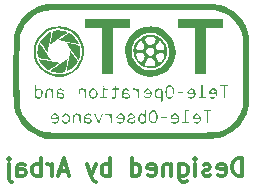
<source format=gbr>
%TF.GenerationSoftware,KiCad,Pcbnew,8.0.4*%
%TF.CreationDate,2024-11-13T12:07:51+05:30*%
%TF.ProjectId,cccccccc,63636363-6363-4636-932e-6b696361645f,rev?*%
%TF.SameCoordinates,Original*%
%TF.FileFunction,Legend,Bot*%
%TF.FilePolarity,Positive*%
%FSLAX46Y46*%
G04 Gerber Fmt 4.6, Leading zero omitted, Abs format (unit mm)*
G04 Created by KiCad (PCBNEW 8.0.4) date 2024-11-13 12:07:51*
%MOMM*%
%LPD*%
G01*
G04 APERTURE LIST*
%ADD10C,0.300000*%
%ADD11C,0.000000*%
G04 APERTURE END LIST*
D10*
X156895489Y-98950828D02*
X156895489Y-97450828D01*
X156895489Y-97450828D02*
X156538346Y-97450828D01*
X156538346Y-97450828D02*
X156324060Y-97522257D01*
X156324060Y-97522257D02*
X156181203Y-97665114D01*
X156181203Y-97665114D02*
X156109774Y-97807971D01*
X156109774Y-97807971D02*
X156038346Y-98093685D01*
X156038346Y-98093685D02*
X156038346Y-98307971D01*
X156038346Y-98307971D02*
X156109774Y-98593685D01*
X156109774Y-98593685D02*
X156181203Y-98736542D01*
X156181203Y-98736542D02*
X156324060Y-98879400D01*
X156324060Y-98879400D02*
X156538346Y-98950828D01*
X156538346Y-98950828D02*
X156895489Y-98950828D01*
X154824060Y-98879400D02*
X154966917Y-98950828D01*
X154966917Y-98950828D02*
X155252632Y-98950828D01*
X155252632Y-98950828D02*
X155395489Y-98879400D01*
X155395489Y-98879400D02*
X155466917Y-98736542D01*
X155466917Y-98736542D02*
X155466917Y-98165114D01*
X155466917Y-98165114D02*
X155395489Y-98022257D01*
X155395489Y-98022257D02*
X155252632Y-97950828D01*
X155252632Y-97950828D02*
X154966917Y-97950828D01*
X154966917Y-97950828D02*
X154824060Y-98022257D01*
X154824060Y-98022257D02*
X154752632Y-98165114D01*
X154752632Y-98165114D02*
X154752632Y-98307971D01*
X154752632Y-98307971D02*
X155466917Y-98450828D01*
X154181203Y-98879400D02*
X154038346Y-98950828D01*
X154038346Y-98950828D02*
X153752632Y-98950828D01*
X153752632Y-98950828D02*
X153609775Y-98879400D01*
X153609775Y-98879400D02*
X153538346Y-98736542D01*
X153538346Y-98736542D02*
X153538346Y-98665114D01*
X153538346Y-98665114D02*
X153609775Y-98522257D01*
X153609775Y-98522257D02*
X153752632Y-98450828D01*
X153752632Y-98450828D02*
X153966918Y-98450828D01*
X153966918Y-98450828D02*
X154109775Y-98379400D01*
X154109775Y-98379400D02*
X154181203Y-98236542D01*
X154181203Y-98236542D02*
X154181203Y-98165114D01*
X154181203Y-98165114D02*
X154109775Y-98022257D01*
X154109775Y-98022257D02*
X153966918Y-97950828D01*
X153966918Y-97950828D02*
X153752632Y-97950828D01*
X153752632Y-97950828D02*
X153609775Y-98022257D01*
X152895489Y-98950828D02*
X152895489Y-97950828D01*
X152895489Y-97450828D02*
X152966917Y-97522257D01*
X152966917Y-97522257D02*
X152895489Y-97593685D01*
X152895489Y-97593685D02*
X152824060Y-97522257D01*
X152824060Y-97522257D02*
X152895489Y-97450828D01*
X152895489Y-97450828D02*
X152895489Y-97593685D01*
X151538346Y-97950828D02*
X151538346Y-99165114D01*
X151538346Y-99165114D02*
X151609774Y-99307971D01*
X151609774Y-99307971D02*
X151681203Y-99379400D01*
X151681203Y-99379400D02*
X151824060Y-99450828D01*
X151824060Y-99450828D02*
X152038346Y-99450828D01*
X152038346Y-99450828D02*
X152181203Y-99379400D01*
X151538346Y-98879400D02*
X151681203Y-98950828D01*
X151681203Y-98950828D02*
X151966917Y-98950828D01*
X151966917Y-98950828D02*
X152109774Y-98879400D01*
X152109774Y-98879400D02*
X152181203Y-98807971D01*
X152181203Y-98807971D02*
X152252631Y-98665114D01*
X152252631Y-98665114D02*
X152252631Y-98236542D01*
X152252631Y-98236542D02*
X152181203Y-98093685D01*
X152181203Y-98093685D02*
X152109774Y-98022257D01*
X152109774Y-98022257D02*
X151966917Y-97950828D01*
X151966917Y-97950828D02*
X151681203Y-97950828D01*
X151681203Y-97950828D02*
X151538346Y-98022257D01*
X150824060Y-97950828D02*
X150824060Y-98950828D01*
X150824060Y-98093685D02*
X150752631Y-98022257D01*
X150752631Y-98022257D02*
X150609774Y-97950828D01*
X150609774Y-97950828D02*
X150395488Y-97950828D01*
X150395488Y-97950828D02*
X150252631Y-98022257D01*
X150252631Y-98022257D02*
X150181203Y-98165114D01*
X150181203Y-98165114D02*
X150181203Y-98950828D01*
X148895488Y-98879400D02*
X149038345Y-98950828D01*
X149038345Y-98950828D02*
X149324060Y-98950828D01*
X149324060Y-98950828D02*
X149466917Y-98879400D01*
X149466917Y-98879400D02*
X149538345Y-98736542D01*
X149538345Y-98736542D02*
X149538345Y-98165114D01*
X149538345Y-98165114D02*
X149466917Y-98022257D01*
X149466917Y-98022257D02*
X149324060Y-97950828D01*
X149324060Y-97950828D02*
X149038345Y-97950828D01*
X149038345Y-97950828D02*
X148895488Y-98022257D01*
X148895488Y-98022257D02*
X148824060Y-98165114D01*
X148824060Y-98165114D02*
X148824060Y-98307971D01*
X148824060Y-98307971D02*
X149538345Y-98450828D01*
X147538346Y-98950828D02*
X147538346Y-97450828D01*
X147538346Y-98879400D02*
X147681203Y-98950828D01*
X147681203Y-98950828D02*
X147966917Y-98950828D01*
X147966917Y-98950828D02*
X148109774Y-98879400D01*
X148109774Y-98879400D02*
X148181203Y-98807971D01*
X148181203Y-98807971D02*
X148252631Y-98665114D01*
X148252631Y-98665114D02*
X148252631Y-98236542D01*
X148252631Y-98236542D02*
X148181203Y-98093685D01*
X148181203Y-98093685D02*
X148109774Y-98022257D01*
X148109774Y-98022257D02*
X147966917Y-97950828D01*
X147966917Y-97950828D02*
X147681203Y-97950828D01*
X147681203Y-97950828D02*
X147538346Y-98022257D01*
X145681203Y-98950828D02*
X145681203Y-97450828D01*
X145681203Y-98022257D02*
X145538346Y-97950828D01*
X145538346Y-97950828D02*
X145252631Y-97950828D01*
X145252631Y-97950828D02*
X145109774Y-98022257D01*
X145109774Y-98022257D02*
X145038346Y-98093685D01*
X145038346Y-98093685D02*
X144966917Y-98236542D01*
X144966917Y-98236542D02*
X144966917Y-98665114D01*
X144966917Y-98665114D02*
X145038346Y-98807971D01*
X145038346Y-98807971D02*
X145109774Y-98879400D01*
X145109774Y-98879400D02*
X145252631Y-98950828D01*
X145252631Y-98950828D02*
X145538346Y-98950828D01*
X145538346Y-98950828D02*
X145681203Y-98879400D01*
X144466917Y-97950828D02*
X144109774Y-98950828D01*
X143752631Y-97950828D02*
X144109774Y-98950828D01*
X144109774Y-98950828D02*
X144252631Y-99307971D01*
X144252631Y-99307971D02*
X144324060Y-99379400D01*
X144324060Y-99379400D02*
X144466917Y-99450828D01*
X142109774Y-98522257D02*
X141395489Y-98522257D01*
X142252631Y-98950828D02*
X141752631Y-97450828D01*
X141752631Y-97450828D02*
X141252631Y-98950828D01*
X140752632Y-98950828D02*
X140752632Y-97950828D01*
X140752632Y-98236542D02*
X140681203Y-98093685D01*
X140681203Y-98093685D02*
X140609775Y-98022257D01*
X140609775Y-98022257D02*
X140466917Y-97950828D01*
X140466917Y-97950828D02*
X140324060Y-97950828D01*
X139824061Y-98950828D02*
X139824061Y-97450828D01*
X139824061Y-98022257D02*
X139681204Y-97950828D01*
X139681204Y-97950828D02*
X139395489Y-97950828D01*
X139395489Y-97950828D02*
X139252632Y-98022257D01*
X139252632Y-98022257D02*
X139181204Y-98093685D01*
X139181204Y-98093685D02*
X139109775Y-98236542D01*
X139109775Y-98236542D02*
X139109775Y-98665114D01*
X139109775Y-98665114D02*
X139181204Y-98807971D01*
X139181204Y-98807971D02*
X139252632Y-98879400D01*
X139252632Y-98879400D02*
X139395489Y-98950828D01*
X139395489Y-98950828D02*
X139681204Y-98950828D01*
X139681204Y-98950828D02*
X139824061Y-98879400D01*
X137824061Y-98950828D02*
X137824061Y-98165114D01*
X137824061Y-98165114D02*
X137895489Y-98022257D01*
X137895489Y-98022257D02*
X138038346Y-97950828D01*
X138038346Y-97950828D02*
X138324061Y-97950828D01*
X138324061Y-97950828D02*
X138466918Y-98022257D01*
X137824061Y-98879400D02*
X137966918Y-98950828D01*
X137966918Y-98950828D02*
X138324061Y-98950828D01*
X138324061Y-98950828D02*
X138466918Y-98879400D01*
X138466918Y-98879400D02*
X138538346Y-98736542D01*
X138538346Y-98736542D02*
X138538346Y-98593685D01*
X138538346Y-98593685D02*
X138466918Y-98450828D01*
X138466918Y-98450828D02*
X138324061Y-98379400D01*
X138324061Y-98379400D02*
X137966918Y-98379400D01*
X137966918Y-98379400D02*
X137824061Y-98307971D01*
X137109775Y-97950828D02*
X137109775Y-99236542D01*
X137109775Y-99236542D02*
X137181203Y-99379400D01*
X137181203Y-99379400D02*
X137324060Y-99450828D01*
X137324060Y-99450828D02*
X137395489Y-99450828D01*
X137109775Y-97450828D02*
X137181203Y-97522257D01*
X137181203Y-97522257D02*
X137109775Y-97593685D01*
X137109775Y-97593685D02*
X137038346Y-97522257D01*
X137038346Y-97522257D02*
X137109775Y-97450828D01*
X137109775Y-97450828D02*
X137109775Y-97593685D01*
D11*
%TO.C,G\u002A\u002A\u002A*%
G36*
X145195876Y-91297198D02*
G01*
X145220175Y-91364702D01*
X145197064Y-91407573D01*
X145137923Y-91421814D01*
X145085175Y-91390432D01*
X145079844Y-91370397D01*
X145098343Y-91305307D01*
X145143671Y-91274574D01*
X145195876Y-91297198D01*
G37*
G36*
X147380175Y-86042342D02*
G01*
X147380175Y-86422342D01*
X146660175Y-86422342D01*
X145940175Y-86422342D01*
X145940175Y-88382342D01*
X145940175Y-90342342D01*
X145480175Y-90342342D01*
X145020175Y-90342342D01*
X145020175Y-88382342D01*
X145020175Y-86422342D01*
X144300175Y-86422342D01*
X143580175Y-86422342D01*
X143580175Y-86042342D01*
X143580175Y-85662342D01*
X145480175Y-85662342D01*
X147380175Y-85662342D01*
X147380175Y-86042342D01*
G37*
G36*
X150294244Y-93982379D02*
G01*
X150442186Y-93988138D01*
X150542951Y-94002187D01*
X150580175Y-94022342D01*
X150579895Y-94024217D01*
X150536699Y-94043943D01*
X150431338Y-94057378D01*
X150280175Y-94062342D01*
X150266107Y-94062304D01*
X150118165Y-94056545D01*
X150017400Y-94042496D01*
X149980175Y-94022342D01*
X149980456Y-94020466D01*
X150023652Y-94000740D01*
X150129013Y-93987305D01*
X150280175Y-93982342D01*
X150294244Y-93982379D01*
G37*
G36*
X153350175Y-85671950D02*
G01*
X155240175Y-85682342D01*
X155251677Y-86052342D01*
X155263178Y-86422342D01*
X154541677Y-86422342D01*
X153820175Y-86422342D01*
X153820175Y-88382342D01*
X153820175Y-90342342D01*
X153360175Y-90342342D01*
X152900175Y-90342342D01*
X152900175Y-88382342D01*
X152900175Y-86422342D01*
X152180175Y-86422342D01*
X151460175Y-86422342D01*
X151460175Y-86041950D01*
X151460175Y-85661558D01*
X153350175Y-85671950D01*
G37*
G36*
X151804020Y-91867644D02*
G01*
X151903179Y-91881822D01*
X151940175Y-91902342D01*
X151940175Y-91902380D01*
X151903058Y-91922891D01*
X151803809Y-91937056D01*
X151660175Y-91942342D01*
X151659904Y-91942341D01*
X151516331Y-91937039D01*
X151417172Y-91922861D01*
X151380175Y-91902342D01*
X151380176Y-91902303D01*
X151417293Y-91881792D01*
X151516542Y-91867627D01*
X151660175Y-91862342D01*
X151660447Y-91862342D01*
X151804020Y-91867644D01*
G37*
G36*
X140721362Y-86759554D02*
G01*
X140713001Y-86833983D01*
X140691903Y-86970226D01*
X140659999Y-87156798D01*
X140619221Y-87382216D01*
X140571499Y-87634998D01*
X140547608Y-87757344D01*
X140499369Y-87993533D01*
X140455607Y-88193844D01*
X140418817Y-88347577D01*
X140391496Y-88444030D01*
X140376139Y-88472502D01*
X140374695Y-88470868D01*
X140338135Y-88421856D01*
X140267034Y-88321869D01*
X140171001Y-88184540D01*
X140059644Y-88023499D01*
X139771507Y-87604657D01*
X139841901Y-87473943D01*
X139919746Y-87356092D01*
X140075739Y-87181398D01*
X140268506Y-87011438D01*
X140476542Y-86866786D01*
X140590950Y-86801948D01*
X140679822Y-86759004D01*
X140720449Y-86749282D01*
X140721362Y-86759554D01*
G37*
G36*
X139720472Y-87727893D02*
G01*
X139759492Y-87762193D01*
X139818437Y-87834789D01*
X139903490Y-87952703D01*
X140020831Y-88122954D01*
X140176644Y-88352563D01*
X140214539Y-88408557D01*
X140353200Y-88613715D01*
X140475678Y-88795345D01*
X140574798Y-88942773D01*
X140643379Y-89045329D01*
X140674244Y-89092342D01*
X140682553Y-89114429D01*
X140664752Y-89132945D01*
X140604500Y-89136275D01*
X140492910Y-89123764D01*
X140321097Y-89094758D01*
X140080175Y-89048603D01*
X139640175Y-88961771D01*
X139592433Y-88822056D01*
X139571819Y-88747652D01*
X139545623Y-88524140D01*
X139553863Y-88268633D01*
X139594600Y-88008863D01*
X139665891Y-87772563D01*
X139677476Y-87746101D01*
X139695194Y-87724869D01*
X139720472Y-87727893D01*
G37*
G36*
X142373794Y-86913556D02*
G01*
X142542405Y-87043484D01*
X142764518Y-87270929D01*
X142943173Y-87522342D01*
X142992493Y-87609976D01*
X143040917Y-87703947D01*
X143059800Y-87752342D01*
X143059349Y-87757376D01*
X143023966Y-87782342D01*
X143012140Y-87781485D01*
X142930023Y-87769375D01*
X142789981Y-87745228D01*
X142607195Y-87711975D01*
X142396846Y-87672543D01*
X142174116Y-87629861D01*
X141954186Y-87586859D01*
X141752238Y-87546465D01*
X141583453Y-87511608D01*
X141463012Y-87485217D01*
X141406097Y-87470220D01*
X141401587Y-87468155D01*
X141386852Y-87446360D01*
X141409941Y-87408186D01*
X141478211Y-87346896D01*
X141599017Y-87255752D01*
X141779716Y-87128017D01*
X142227413Y-86816500D01*
X142373794Y-86913556D01*
G37*
G36*
X145287049Y-91550150D02*
G01*
X145380468Y-91562336D01*
X145465407Y-91590825D01*
X145495517Y-91623773D01*
X145463862Y-91651003D01*
X145363509Y-91662342D01*
X145220175Y-91662342D01*
X145220175Y-91982342D01*
X145220175Y-92302342D01*
X145360175Y-92302342D01*
X145378549Y-92302687D01*
X145465012Y-92315903D01*
X145500175Y-92342342D01*
X145497861Y-92347497D01*
X145443010Y-92365751D01*
X145325754Y-92377918D01*
X145160175Y-92382342D01*
X145116355Y-92382069D01*
X144961198Y-92375616D01*
X144857778Y-92361821D01*
X144820175Y-92342342D01*
X144821385Y-92337092D01*
X144867640Y-92312388D01*
X144960175Y-92302342D01*
X145100175Y-92302342D01*
X145100175Y-91920150D01*
X145100175Y-91537958D01*
X145287049Y-91550150D01*
G37*
G36*
X152292219Y-93345041D02*
G01*
X152384201Y-93359524D01*
X152420175Y-93382342D01*
X152418966Y-93387591D01*
X152372711Y-93412295D01*
X152280175Y-93422342D01*
X152140175Y-93422342D01*
X152140175Y-93922342D01*
X152140175Y-94422342D01*
X152280175Y-94422342D01*
X152298549Y-94422687D01*
X152385012Y-94435903D01*
X152420175Y-94462342D01*
X152417861Y-94467497D01*
X152363010Y-94485751D01*
X152245754Y-94497918D01*
X152080175Y-94502342D01*
X152036355Y-94502069D01*
X151881198Y-94495616D01*
X151777778Y-94481821D01*
X151740175Y-94462342D01*
X151741385Y-94457092D01*
X151787640Y-94432388D01*
X151880175Y-94422342D01*
X152020175Y-94422342D01*
X152020175Y-93882342D01*
X152020175Y-93342342D01*
X152220175Y-93342342D01*
X152292219Y-93345041D01*
G37*
G36*
X153692219Y-91225041D02*
G01*
X153784201Y-91239524D01*
X153820175Y-91262342D01*
X153818966Y-91267591D01*
X153772711Y-91292295D01*
X153680175Y-91302342D01*
X153540175Y-91302342D01*
X153540175Y-91802342D01*
X153540175Y-92302342D01*
X153680175Y-92302342D01*
X153698549Y-92302687D01*
X153785012Y-92315903D01*
X153820175Y-92342342D01*
X153817861Y-92347497D01*
X153763010Y-92365751D01*
X153645754Y-92377918D01*
X153480175Y-92382342D01*
X153436355Y-92382069D01*
X153281198Y-92375616D01*
X153177778Y-92361821D01*
X153140175Y-92342342D01*
X153141385Y-92337092D01*
X153187640Y-92312388D01*
X153280175Y-92302342D01*
X153420175Y-92302342D01*
X153420175Y-91762342D01*
X153420175Y-91222342D01*
X153620175Y-91222342D01*
X153692219Y-91225041D01*
G37*
G36*
X145497091Y-93675713D02*
G01*
X145618262Y-93721352D01*
X145684013Y-93752512D01*
X145730961Y-93756976D01*
X145755993Y-93718817D01*
X145787038Y-93666720D01*
X145816485Y-93680700D01*
X145839624Y-93762557D01*
X145854754Y-93905990D01*
X145860175Y-94104702D01*
X145859912Y-94184664D01*
X145856104Y-94343430D01*
X145846205Y-94440506D01*
X145828226Y-94489081D01*
X145800175Y-94502342D01*
X145781391Y-94498259D01*
X145756392Y-94461538D01*
X145743704Y-94374470D01*
X145740175Y-94222342D01*
X145739571Y-94172157D01*
X145719925Y-93987374D01*
X145667792Y-93867138D01*
X145576700Y-93801959D01*
X145440175Y-93782342D01*
X145427425Y-93782233D01*
X145330534Y-93766719D01*
X145300175Y-93722342D01*
X145317892Y-93685559D01*
X145389779Y-93663804D01*
X145497091Y-93675713D01*
G37*
G36*
X142145630Y-87711856D02*
G01*
X142267123Y-87731574D01*
X142431379Y-87760774D01*
X142619676Y-87796237D01*
X142757497Y-87823338D01*
X142939474Y-87866452D01*
X143060787Y-87917252D01*
X143132796Y-87989990D01*
X143166864Y-88098917D01*
X143174349Y-88258284D01*
X143166612Y-88482342D01*
X143160851Y-88583554D01*
X143144481Y-88764632D01*
X143123365Y-88915928D01*
X143100627Y-89012342D01*
X143095065Y-89026842D01*
X143055310Y-89108870D01*
X143023824Y-89142342D01*
X143016592Y-89136872D01*
X142970458Y-89080787D01*
X142889427Y-88971742D01*
X142780373Y-88819286D01*
X142650167Y-88632969D01*
X142505684Y-88422342D01*
X142394747Y-88258161D01*
X142253980Y-88044837D01*
X142155847Y-87887851D01*
X142097434Y-87782197D01*
X142075830Y-87722871D01*
X142088122Y-87704870D01*
X142145630Y-87711856D01*
G37*
G36*
X147854914Y-91569550D02*
G01*
X147954781Y-91625245D01*
X148060175Y-91708148D01*
X148060175Y-91621911D01*
X148070006Y-91570888D01*
X148110175Y-91552257D01*
X148120977Y-91560343D01*
X148144889Y-91627317D01*
X148161513Y-91764064D01*
X148171575Y-91975590D01*
X148174392Y-92095774D01*
X148174212Y-92241386D01*
X148166455Y-92328689D01*
X148149462Y-92371177D01*
X148121575Y-92382342D01*
X148102313Y-92378533D01*
X148076618Y-92343410D01*
X148063715Y-92258931D01*
X148060175Y-92109884D01*
X148060008Y-92084350D01*
X148041520Y-91887810D01*
X147988692Y-91757256D01*
X147896175Y-91684747D01*
X147758617Y-91662342D01*
X147748589Y-91662273D01*
X147650899Y-91646950D01*
X147620175Y-91602342D01*
X147621450Y-91590754D01*
X147664218Y-91550660D01*
X147750049Y-91544140D01*
X147854914Y-91569550D01*
G37*
G36*
X155606762Y-91287884D02*
G01*
X155707721Y-91301457D01*
X155750175Y-91322342D01*
X155746506Y-91333639D01*
X155691420Y-91358876D01*
X155590175Y-91374641D01*
X155420175Y-91386941D01*
X155420175Y-91884641D01*
X155420175Y-91885724D01*
X155418736Y-92096653D01*
X155413470Y-92239724D01*
X155402923Y-92326993D01*
X155385643Y-92370513D01*
X155360175Y-92382342D01*
X155359646Y-92382338D01*
X155334386Y-92370080D01*
X155317253Y-92325983D01*
X155306803Y-92238015D01*
X155301592Y-92094145D01*
X155300175Y-91882342D01*
X155300175Y-91382342D01*
X155116842Y-91382342D01*
X155052624Y-91380741D01*
X154967427Y-91365498D01*
X154950175Y-91332342D01*
X154964176Y-91320438D01*
X155040611Y-91301419D01*
X155164224Y-91288389D01*
X155313877Y-91281614D01*
X155468435Y-91281357D01*
X155606762Y-91287884D01*
G37*
G36*
X142090302Y-89088415D02*
G01*
X142083474Y-89161037D01*
X142065011Y-89285576D01*
X142038279Y-89443858D01*
X142006645Y-89617705D01*
X141973473Y-89788942D01*
X141942129Y-89939394D01*
X141915979Y-90050883D01*
X141898387Y-90105235D01*
X141895773Y-90108886D01*
X141834675Y-90148468D01*
X141735346Y-90182242D01*
X141590683Y-90206925D01*
X141279800Y-90211136D01*
X140938513Y-90159236D01*
X140927700Y-90156759D01*
X140790547Y-90122105D01*
X140689213Y-90090759D01*
X140644946Y-90069236D01*
X140648967Y-90062042D01*
X140700973Y-90017314D01*
X140803327Y-89939884D01*
X140944504Y-89837666D01*
X141112981Y-89718577D01*
X141297233Y-89590533D01*
X141485737Y-89461450D01*
X141666968Y-89339244D01*
X141829402Y-89231832D01*
X141961515Y-89147129D01*
X142051783Y-89093051D01*
X142088681Y-89077514D01*
X142090302Y-89088415D01*
G37*
G36*
X142383048Y-88442308D02*
G01*
X142456861Y-88527382D01*
X142554986Y-88654008D01*
X142668250Y-88811033D01*
X142697031Y-88852226D01*
X142810304Y-89015978D01*
X142884652Y-89130329D01*
X142925936Y-89208588D01*
X142940017Y-89264061D01*
X142932758Y-89310053D01*
X142910020Y-89359871D01*
X142838684Y-89468200D01*
X142709432Y-89615910D01*
X142551598Y-89766486D01*
X142386895Y-89899457D01*
X142237039Y-89994351D01*
X142153772Y-90032749D01*
X142065927Y-90061240D01*
X142026279Y-90056917D01*
X142026761Y-90026182D01*
X142039623Y-89926999D01*
X142063989Y-89774944D01*
X142097077Y-89584650D01*
X142136105Y-89370750D01*
X142178291Y-89147876D01*
X142220853Y-88930660D01*
X142261008Y-88733735D01*
X142295975Y-88571734D01*
X142322972Y-88459289D01*
X142339215Y-88411033D01*
X142342719Y-88409935D01*
X142383048Y-88442308D01*
G37*
G36*
X153966933Y-93390893D02*
G01*
X154021702Y-93392753D01*
X154211092Y-93405048D01*
X154325889Y-93424698D01*
X154370266Y-93452342D01*
X154370268Y-93469948D01*
X154322562Y-93494607D01*
X154203509Y-93502342D01*
X154020175Y-93502342D01*
X154020175Y-94002342D01*
X154020175Y-94006756D01*
X154018704Y-94217251D01*
X154013412Y-94360025D01*
X154002856Y-94447111D01*
X153985592Y-94490539D01*
X153960175Y-94502342D01*
X153959646Y-94502338D01*
X153934386Y-94490080D01*
X153917253Y-94445983D01*
X153906803Y-94358015D01*
X153901592Y-94214145D01*
X153900175Y-94002342D01*
X153900175Y-93502342D01*
X153740175Y-93502342D01*
X153688454Y-93500968D01*
X153604928Y-93483262D01*
X153580175Y-93440893D01*
X153582400Y-93426045D01*
X153607056Y-93403129D01*
X153670170Y-93390821D01*
X153785533Y-93387336D01*
X153966933Y-93390893D01*
G37*
G36*
X141599583Y-86647341D02*
G01*
X141779818Y-86679036D01*
X141911552Y-86715969D01*
X142018902Y-86752241D01*
X142072085Y-86778251D01*
X142070884Y-86785620D01*
X142025063Y-86832157D01*
X141925230Y-86913233D01*
X141780462Y-87021949D01*
X141599840Y-87151405D01*
X141392443Y-87294703D01*
X141312287Y-87349016D01*
X141107805Y-87486296D01*
X140928802Y-87604664D01*
X140785402Y-87697534D01*
X140687726Y-87758319D01*
X140645896Y-87780435D01*
X140633025Y-87776392D01*
X140630441Y-87732342D01*
X140630785Y-87731389D01*
X140645560Y-87671465D01*
X140670979Y-87550645D01*
X140703565Y-87386014D01*
X140739843Y-87194655D01*
X140740100Y-87193275D01*
X140785393Y-86967117D01*
X140824657Y-86812032D01*
X140860442Y-86719601D01*
X140895298Y-86681402D01*
X141001619Y-86653917D01*
X141182504Y-86634856D01*
X141391152Y-86632639D01*
X141599583Y-86647341D01*
G37*
G36*
X139738149Y-89083974D02*
G01*
X139861085Y-89102413D01*
X140030693Y-89130303D01*
X140233102Y-89165130D01*
X140454442Y-89204382D01*
X140680842Y-89245546D01*
X140898431Y-89286109D01*
X141093338Y-89323558D01*
X141251692Y-89355380D01*
X141359622Y-89379062D01*
X141403258Y-89392091D01*
X141401881Y-89395162D01*
X141358497Y-89432032D01*
X141263972Y-89503000D01*
X141129922Y-89599505D01*
X140967960Y-89712984D01*
X140922238Y-89744561D01*
X140762558Y-89853549D01*
X140630444Y-89941749D01*
X140538555Y-90000800D01*
X140499551Y-90022342D01*
X140454973Y-90005145D01*
X140361148Y-89942466D01*
X140239939Y-89845473D01*
X140107590Y-89726430D01*
X140080594Y-89699561D01*
X139987218Y-89593206D01*
X139889033Y-89465929D01*
X139797174Y-89334263D01*
X139722780Y-89214741D01*
X139676986Y-89123893D01*
X139670932Y-89078252D01*
X139675757Y-89077499D01*
X139738149Y-89083974D01*
G37*
G36*
X145087780Y-93676613D02*
G01*
X145090465Y-93683330D01*
X145078785Y-93748750D01*
X145034035Y-93880897D01*
X144955584Y-94081513D01*
X144842799Y-94352342D01*
X144827640Y-94385200D01*
X144774938Y-94468760D01*
X144729639Y-94502138D01*
X144715703Y-94491263D01*
X144672335Y-94423949D01*
X144612830Y-94311119D01*
X144545688Y-94171394D01*
X144479410Y-94023398D01*
X144422497Y-93885753D01*
X144383451Y-93777082D01*
X144370772Y-93716007D01*
X144371557Y-93711627D01*
X144409842Y-93672453D01*
X144421966Y-93679116D01*
X144462544Y-93740665D01*
X144518589Y-93853092D01*
X144581779Y-94000516D01*
X144615453Y-94081765D01*
X144673575Y-94208532D01*
X144718874Y-94290006D01*
X144743651Y-94311405D01*
X144746984Y-94306705D01*
X144777438Y-94244680D01*
X144825318Y-94132404D01*
X144881834Y-93990302D01*
X144882665Y-93988148D01*
X144954020Y-93814273D01*
X145008609Y-93709542D01*
X145051506Y-93666231D01*
X145087780Y-93676613D01*
G37*
G36*
X144638073Y-92004684D02*
G01*
X144600439Y-92169100D01*
X144511554Y-92306437D01*
X144380175Y-92393964D01*
X144366563Y-92398884D01*
X144297418Y-92415984D01*
X144229411Y-92406730D01*
X144125782Y-92367262D01*
X144094451Y-92352350D01*
X143976908Y-92246424D01*
X143914868Y-92089731D01*
X143913604Y-91982342D01*
X144020175Y-91982342D01*
X144020207Y-91986892D01*
X144039124Y-92111302D01*
X144082444Y-92213441D01*
X144106683Y-92241613D01*
X144211064Y-92295447D01*
X144330793Y-92291981D01*
X144433501Y-92229717D01*
X144503555Y-92110831D01*
X144526330Y-91948400D01*
X144483040Y-91787881D01*
X144452130Y-91734759D01*
X144385550Y-91676649D01*
X144281416Y-91662342D01*
X144251052Y-91663675D01*
X144125347Y-91709556D01*
X144047108Y-91817346D01*
X144020175Y-91982342D01*
X143913604Y-91982342D01*
X143912537Y-91891649D01*
X143929286Y-91812423D01*
X144004069Y-91667787D01*
X144115925Y-91578167D01*
X144248428Y-91545524D01*
X144385150Y-91571815D01*
X144509666Y-91658998D01*
X144605549Y-91809032D01*
X144615698Y-91835917D01*
X144630611Y-91948400D01*
X144638073Y-92004684D01*
G37*
G36*
X142079774Y-93695039D02*
G01*
X142192165Y-93781354D01*
X142270659Y-93913083D01*
X142300175Y-94081894D01*
X142298903Y-94140859D01*
X142272601Y-94300881D01*
X142205120Y-94409337D01*
X142087026Y-94484031D01*
X142004650Y-94520043D01*
X141948239Y-94535411D01*
X141893872Y-94523972D01*
X141802745Y-94485993D01*
X141789533Y-94480119D01*
X141694248Y-94416092D01*
X141640378Y-94342979D01*
X141629070Y-94298213D01*
X141635218Y-94237213D01*
X141678197Y-94240871D01*
X141746772Y-94312415D01*
X141755836Y-94324264D01*
X141864085Y-94406033D01*
X141988234Y-94417519D01*
X142107026Y-94356142D01*
X142114237Y-94348890D01*
X142159722Y-94254429D01*
X142180359Y-94119728D01*
X142174068Y-93977314D01*
X142138768Y-93859712D01*
X142137300Y-93857046D01*
X142061721Y-93794073D01*
X141953406Y-93778462D01*
X141841836Y-93808466D01*
X141756497Y-93882342D01*
X141700554Y-93952240D01*
X141655575Y-93982342D01*
X141632206Y-93975159D01*
X141620760Y-93925519D01*
X141651509Y-93846795D01*
X141718357Y-93760523D01*
X141813626Y-93691969D01*
X141948568Y-93662467D01*
X142079774Y-93695039D01*
G37*
G36*
X146206483Y-91367169D02*
G01*
X146220175Y-91442342D01*
X146223041Y-91485828D01*
X146254415Y-91531579D01*
X146340175Y-91542342D01*
X146424398Y-91554707D01*
X146460175Y-91602342D01*
X146435870Y-91644249D01*
X146341793Y-91662342D01*
X146223411Y-91662342D01*
X146211793Y-91991287D01*
X146207743Y-92092582D01*
X146198138Y-92219306D01*
X146180687Y-92295399D01*
X146149871Y-92339613D01*
X146100175Y-92370698D01*
X146083339Y-92379193D01*
X146008966Y-92412653D01*
X145953176Y-92416878D01*
X145870175Y-92397130D01*
X145818203Y-92378759D01*
X145782638Y-92343389D01*
X145817976Y-92314374D01*
X145918768Y-92302342D01*
X145949321Y-92301436D01*
X146043059Y-92277384D01*
X146101563Y-92211456D01*
X146131660Y-92091402D01*
X146140175Y-91904971D01*
X146140175Y-91662342D01*
X145976842Y-91662342D01*
X145941634Y-91661352D01*
X145849746Y-91642032D01*
X145829021Y-91608132D01*
X145877511Y-91572985D01*
X145993267Y-91549927D01*
X146077380Y-91538070D01*
X146128265Y-91506339D01*
X146140175Y-91439927D01*
X146149839Y-91376498D01*
X146180175Y-91342342D01*
X146206483Y-91367169D01*
G37*
G36*
X140856742Y-91560766D02*
G01*
X140879711Y-91643429D01*
X140894769Y-91786926D01*
X140900175Y-91984702D01*
X140899912Y-92064664D01*
X140896104Y-92223430D01*
X140886205Y-92320506D01*
X140868226Y-92369081D01*
X140840175Y-92382342D01*
X140819845Y-92377367D01*
X140795766Y-92338814D01*
X140783563Y-92249733D01*
X140780175Y-92095491D01*
X140780110Y-92077309D01*
X140766463Y-91882043D01*
X140725578Y-91753889D01*
X140652425Y-91683704D01*
X140541976Y-91662342D01*
X140487760Y-91665526D01*
X140413441Y-91693632D01*
X140368404Y-91761708D01*
X140346149Y-91882896D01*
X140340175Y-92070342D01*
X140338482Y-92201548D01*
X140329815Y-92311530D01*
X140311297Y-92367024D01*
X140280175Y-92382342D01*
X140259016Y-92376862D01*
X140235507Y-92337438D01*
X140223755Y-92247473D01*
X140220765Y-92092342D01*
X140231109Y-91885432D01*
X140267020Y-91727392D01*
X140333186Y-91624147D01*
X140434277Y-91564141D01*
X140439810Y-91562230D01*
X140549243Y-91547199D01*
X140660505Y-91589939D01*
X140723359Y-91623239D01*
X140771834Y-91631502D01*
X140796971Y-91596269D01*
X140827605Y-91545492D01*
X140856742Y-91560766D01*
G37*
G36*
X143007216Y-93721767D02*
G01*
X143044931Y-93746769D01*
X143090067Y-93759186D01*
X143115834Y-93719231D01*
X143146947Y-93666920D01*
X143176444Y-93680692D01*
X143199610Y-93762418D01*
X143214752Y-93905840D01*
X143220175Y-94104702D01*
X143219912Y-94184664D01*
X143216104Y-94343430D01*
X143206205Y-94440506D01*
X143188226Y-94489081D01*
X143160175Y-94502342D01*
X143139845Y-94497367D01*
X143115766Y-94458814D01*
X143103563Y-94369733D01*
X143100175Y-94215491D01*
X143100110Y-94197309D01*
X143086463Y-94002043D01*
X143045578Y-93873889D01*
X142972425Y-93803704D01*
X142861976Y-93782342D01*
X142807760Y-93785526D01*
X142733441Y-93813632D01*
X142688404Y-93881708D01*
X142666149Y-94002896D01*
X142660175Y-94190342D01*
X142658482Y-94321548D01*
X142649815Y-94431530D01*
X142631297Y-94487024D01*
X142600175Y-94502342D01*
X142574496Y-94493096D01*
X142553614Y-94447364D01*
X142543081Y-94350337D01*
X142540175Y-94187736D01*
X142542035Y-94059894D01*
X142553333Y-93929079D01*
X142578849Y-93839289D01*
X142623079Y-93767736D01*
X142734197Y-93682230D01*
X142869144Y-93665661D01*
X143007216Y-93721767D01*
G37*
G36*
X151095083Y-91972424D02*
G01*
X151055668Y-92164846D01*
X150973528Y-92298942D01*
X150844651Y-92383139D01*
X150833874Y-92387468D01*
X150748097Y-92414766D01*
X150679062Y-92408057D01*
X150583823Y-92364228D01*
X150560754Y-92351063D01*
X150452293Y-92237762D01*
X150388820Y-92061214D01*
X150373038Y-91863106D01*
X150469798Y-91863106D01*
X150493580Y-92049034D01*
X150554083Y-92198657D01*
X150604964Y-92255387D01*
X150714228Y-92303154D01*
X150828389Y-92286663D01*
X150921824Y-92205440D01*
X150979429Y-92067275D01*
X151006989Y-91883689D01*
X150998611Y-91696773D01*
X150952629Y-91542342D01*
X150904806Y-91462879D01*
X150840116Y-91413854D01*
X150740175Y-91402342D01*
X150657189Y-91409045D01*
X150587932Y-91448358D01*
X150527960Y-91542342D01*
X150484149Y-91676351D01*
X150469798Y-91863106D01*
X150373038Y-91863106D01*
X150369561Y-91819453D01*
X150385001Y-91648207D01*
X150444788Y-91464368D01*
X150543865Y-91336666D01*
X150676210Y-91272100D01*
X150835799Y-91277669D01*
X150915826Y-91312222D01*
X151017351Y-91424552D01*
X151079107Y-91603561D01*
X151100026Y-91846947D01*
X151098579Y-91883689D01*
X151095083Y-91972424D01*
G37*
G36*
X143628410Y-91550218D02*
G01*
X143645536Y-91621954D01*
X143656385Y-91761985D01*
X143660175Y-91962342D01*
X143659701Y-92073007D01*
X143655492Y-92227712D01*
X143645399Y-92322227D01*
X143627575Y-92369465D01*
X143600175Y-92382342D01*
X143574943Y-92373538D01*
X143553793Y-92328466D01*
X143543121Y-92232171D01*
X143540175Y-92070342D01*
X143537620Y-91932679D01*
X143521447Y-91794023D01*
X143483747Y-91711808D01*
X143416975Y-91672443D01*
X143313583Y-91662342D01*
X143259424Y-91665930D01*
X143180952Y-91697840D01*
X143132164Y-91772757D01*
X143107195Y-91902706D01*
X143100175Y-92099712D01*
X143100175Y-92101749D01*
X143094807Y-92245931D01*
X143080646Y-92345313D01*
X143060175Y-92382342D01*
X143055020Y-92380027D01*
X143036766Y-92325176D01*
X143024599Y-92207920D01*
X143020175Y-92042342D01*
X143020188Y-92027233D01*
X143023560Y-91857731D01*
X143035508Y-91746916D01*
X143059792Y-91675037D01*
X143100175Y-91622342D01*
X143178911Y-91567084D01*
X143311367Y-91547191D01*
X143447216Y-91601767D01*
X143484075Y-91626267D01*
X143529580Y-91639733D01*
X143554861Y-91601767D01*
X143570116Y-91574282D01*
X143618920Y-91542342D01*
X143628410Y-91550218D01*
G37*
G36*
X153405031Y-94025480D02*
G01*
X153400384Y-94191923D01*
X153332663Y-94346338D01*
X153203363Y-94468625D01*
X153050535Y-94523246D01*
X152895344Y-94505439D01*
X152760314Y-94416237D01*
X152680175Y-94332077D01*
X152780175Y-94361380D01*
X152946698Y-94403638D01*
X153063926Y-94412844D01*
X153146651Y-94385790D01*
X153214364Y-94320645D01*
X153272846Y-94239547D01*
X153299831Y-94168911D01*
X153268008Y-94127213D01*
X153170435Y-94107381D01*
X153000175Y-94102342D01*
X152700175Y-94102342D01*
X152701448Y-93992342D01*
X152704499Y-93950342D01*
X152820175Y-93950342D01*
X152823228Y-93975347D01*
X152851499Y-94005019D01*
X152924154Y-94018902D01*
X153058920Y-94022342D01*
X153161547Y-94021065D01*
X153245733Y-94012512D01*
X153277474Y-93991344D01*
X153272711Y-93952342D01*
X153239896Y-93878774D01*
X153163352Y-93803712D01*
X153043278Y-93782342D01*
X152950560Y-93792897D01*
X152853776Y-93849288D01*
X152820175Y-93950342D01*
X152704499Y-93950342D01*
X152704808Y-93946089D01*
X152760511Y-93810872D01*
X152887546Y-93708875D01*
X152992669Y-93669697D01*
X153120854Y-93680689D01*
X153255746Y-93764753D01*
X153345107Y-93867108D01*
X153392115Y-93991344D01*
X153405031Y-94025480D01*
G37*
G36*
X149725891Y-94042322D02*
G01*
X149687818Y-94226697D01*
X149613003Y-94381086D01*
X149502506Y-94484422D01*
X149391339Y-94520505D01*
X149244348Y-94498356D01*
X149102138Y-94400943D01*
X149084300Y-94382442D01*
X149033156Y-94306097D01*
X149003701Y-94202129D01*
X148987544Y-94044423D01*
X148987438Y-94042747D01*
X148985633Y-93971242D01*
X149100175Y-93971242D01*
X149101463Y-94073487D01*
X149111791Y-94200926D01*
X149136451Y-94283229D01*
X149180175Y-94342342D01*
X149288740Y-94409358D01*
X149412603Y-94410202D01*
X149523976Y-94338142D01*
X149542899Y-94314695D01*
X149577645Y-94240735D01*
X149595274Y-94130498D01*
X149600175Y-93962342D01*
X149600133Y-93948481D01*
X149584589Y-93742426D01*
X149538197Y-93604216D01*
X149456802Y-93526602D01*
X149336244Y-93502342D01*
X149324699Y-93502540D01*
X149220756Y-93531258D01*
X149151227Y-93613903D01*
X149112304Y-93758043D01*
X149100175Y-93971242D01*
X148985633Y-93971242D01*
X148982191Y-93834872D01*
X149000533Y-93684829D01*
X149047377Y-93572792D01*
X149127634Y-93478932D01*
X149260734Y-93399356D01*
X149408305Y-93393047D01*
X149553817Y-93464486D01*
X149609066Y-93519957D01*
X149687576Y-93667885D01*
X149726164Y-93849029D01*
X149726004Y-93962342D01*
X149725891Y-94042322D01*
G37*
G36*
X154775381Y-91979531D02*
G01*
X154743760Y-92148273D01*
X154658107Y-92289638D01*
X154524651Y-92383139D01*
X154483987Y-92399035D01*
X154414216Y-92416132D01*
X154344738Y-92405384D01*
X154238891Y-92364383D01*
X154216227Y-92354291D01*
X154133596Y-92304139D01*
X154100175Y-92260103D01*
X154111128Y-92237064D01*
X154170175Y-92244157D01*
X154253150Y-92269979D01*
X154366257Y-92292356D01*
X154412480Y-92294346D01*
X154533772Y-92257701D01*
X154624496Y-92173982D01*
X154660175Y-92062342D01*
X154659557Y-92046155D01*
X154645829Y-92011763D01*
X154601492Y-91992541D01*
X154510091Y-91984172D01*
X154355175Y-91982342D01*
X154050175Y-91982342D01*
X154074528Y-91855491D01*
X154180175Y-91855491D01*
X154190643Y-91872522D01*
X154268790Y-91894766D01*
X154420175Y-91902342D01*
X154427005Y-91902330D01*
X154577744Y-91892252D01*
X154653038Y-91861618D01*
X154655321Y-91807892D01*
X154587026Y-91728541D01*
X154527369Y-91690548D01*
X154412915Y-91670324D01*
X154300257Y-91696265D01*
X154214356Y-91760584D01*
X154180175Y-91855491D01*
X154074528Y-91855491D01*
X154075133Y-91852342D01*
X154126237Y-91716338D01*
X154226581Y-91608150D01*
X154354251Y-91553458D01*
X154491100Y-91555380D01*
X154618985Y-91617034D01*
X154719761Y-91741541D01*
X154746739Y-91803898D01*
X154747390Y-91807892D01*
X154775381Y-91979531D01*
G37*
G36*
X147560632Y-93666571D02*
G01*
X147674219Y-93712538D01*
X147751181Y-93797523D01*
X147772423Y-93916184D01*
X147760848Y-93981969D01*
X147727525Y-94032760D01*
X147654646Y-94074387D01*
X147523506Y-94122342D01*
X147389819Y-94173649D01*
X147294126Y-94232548D01*
X147266661Y-94293674D01*
X147301292Y-94363686D01*
X147369578Y-94406827D01*
X147473184Y-94423556D01*
X147581054Y-94412252D01*
X147665836Y-94376045D01*
X147700175Y-94318062D01*
X147707096Y-94292162D01*
X147760175Y-94262342D01*
X147768165Y-94262574D01*
X147816540Y-94287745D01*
X147813085Y-94342521D01*
X147768643Y-94409848D01*
X147694058Y-94472675D01*
X147600175Y-94513949D01*
X147542898Y-94523322D01*
X147399769Y-94511551D01*
X147270245Y-94459495D01*
X147176366Y-94378389D01*
X147140175Y-94279468D01*
X147149702Y-94238687D01*
X147216554Y-94155998D01*
X147328334Y-94084876D01*
X147462476Y-94041953D01*
X147521990Y-94029393D01*
X147636721Y-93981211D01*
X147685039Y-93916582D01*
X147660175Y-93842342D01*
X147599781Y-93800047D01*
X147486286Y-93781459D01*
X147368977Y-93805890D01*
X147282814Y-93870712D01*
X147277375Y-93878341D01*
X147222577Y-93930318D01*
X147175637Y-93913803D01*
X147164019Y-93898667D01*
X147167985Y-93845202D01*
X147233448Y-93765432D01*
X147299960Y-93713053D01*
X147429515Y-93664963D01*
X147560632Y-93666571D01*
G37*
G36*
X141356680Y-93944722D02*
G01*
X141381395Y-94096122D01*
X141359944Y-94247292D01*
X141288906Y-94380749D01*
X141164858Y-94479010D01*
X141153522Y-94484544D01*
X141063000Y-94524550D01*
X141008891Y-94541431D01*
X140991126Y-94540198D01*
X140908067Y-94515233D01*
X140812230Y-94469956D01*
X140733104Y-94419776D01*
X140700175Y-94380103D01*
X140711128Y-94357064D01*
X140770175Y-94364157D01*
X140853150Y-94389979D01*
X140966257Y-94412356D01*
X141012480Y-94414346D01*
X141133772Y-94377701D01*
X141224496Y-94293982D01*
X141260175Y-94182342D01*
X141259557Y-94166155D01*
X141245829Y-94131763D01*
X141201492Y-94112541D01*
X141110091Y-94104172D01*
X140955175Y-94102342D01*
X140650175Y-94102342D01*
X140674528Y-93975491D01*
X140780175Y-93975491D01*
X140790643Y-93992522D01*
X140868790Y-94014766D01*
X141020175Y-94022342D01*
X141027005Y-94022330D01*
X141177744Y-94012252D01*
X141253038Y-93981618D01*
X141255321Y-93927892D01*
X141187026Y-93848541D01*
X141127369Y-93810548D01*
X141012915Y-93790324D01*
X140900257Y-93816265D01*
X140814356Y-93880584D01*
X140780175Y-93975491D01*
X140674528Y-93975491D01*
X140675133Y-93972342D01*
X140691340Y-93916439D01*
X140769120Y-93790248D01*
X140881653Y-93698062D01*
X141005036Y-93662342D01*
X141039754Y-93663980D01*
X141182438Y-93711168D01*
X141289221Y-93810577D01*
X141348217Y-93927892D01*
X141356680Y-93944722D01*
G37*
G36*
X150140175Y-92144702D02*
G01*
X150140050Y-92230201D01*
X150137872Y-92430792D01*
X150132031Y-92566819D01*
X150121292Y-92649764D01*
X150104418Y-92691111D01*
X150080175Y-92702342D01*
X150053306Y-92693925D01*
X150027679Y-92638249D01*
X150020175Y-92518062D01*
X150019984Y-92482234D01*
X150013687Y-92389485D01*
X149992917Y-92355961D01*
X149950175Y-92365300D01*
X149886758Y-92388473D01*
X149734119Y-92396777D01*
X149607274Y-92335914D01*
X149516715Y-92213133D01*
X149472934Y-92035679D01*
X149476522Y-91950827D01*
X149582309Y-91950827D01*
X149594997Y-92095542D01*
X149642444Y-92213441D01*
X149663065Y-92237559D01*
X149762277Y-92292254D01*
X149877389Y-92299346D01*
X149972175Y-92254342D01*
X149991164Y-92216974D01*
X150012055Y-92114746D01*
X150020175Y-91982342D01*
X150016237Y-91889790D01*
X149998808Y-91774871D01*
X149972175Y-91710342D01*
X149957016Y-91697526D01*
X149856901Y-91664835D01*
X149740565Y-91678477D01*
X149646375Y-91735491D01*
X149604086Y-91814696D01*
X149582309Y-91950827D01*
X149476522Y-91950827D01*
X149480275Y-91862087D01*
X149535130Y-91707095D01*
X149629568Y-91599588D01*
X149753908Y-91550173D01*
X149898471Y-91569454D01*
X149991064Y-91592315D01*
X150042766Y-91578149D01*
X150077382Y-91547148D01*
X150105377Y-91584138D01*
X150124941Y-91694710D01*
X150136425Y-91880890D01*
X150137867Y-91982342D01*
X150140175Y-92144702D01*
G37*
G36*
X146930232Y-94131683D02*
G01*
X146898197Y-94281848D01*
X146815808Y-94412243D01*
X146680175Y-94506041D01*
X146665737Y-94511521D01*
X146540116Y-94525248D01*
X146404965Y-94499800D01*
X146303092Y-94442401D01*
X146296082Y-94435128D01*
X146264617Y-94376769D01*
X146295120Y-94354092D01*
X146374120Y-94379101D01*
X146435329Y-94404136D01*
X146571348Y-94415260D01*
X146695207Y-94375660D01*
X146785339Y-94294850D01*
X146820175Y-94182342D01*
X146819705Y-94167941D01*
X146806748Y-94132610D01*
X146763560Y-94112847D01*
X146673562Y-94104231D01*
X146520175Y-94102342D01*
X146409409Y-94101952D01*
X146301329Y-94097236D01*
X146245004Y-94082411D01*
X146223573Y-94051685D01*
X146220175Y-93999265D01*
X146220849Y-93986373D01*
X146223342Y-93979712D01*
X146340175Y-93979712D01*
X146358788Y-93997665D01*
X146442687Y-94015717D01*
X146580175Y-94022342D01*
X146689374Y-94018914D01*
X146783834Y-94007645D01*
X146820175Y-93991242D01*
X146804284Y-93947856D01*
X146757907Y-93871242D01*
X146675193Y-93801010D01*
X146564730Y-93778112D01*
X146456025Y-93804430D01*
X146373150Y-93873713D01*
X146340175Y-93979712D01*
X146223342Y-93979712D01*
X146259576Y-93882881D01*
X146340785Y-93777369D01*
X146440617Y-93695351D01*
X146535216Y-93662342D01*
X146612659Y-93669809D01*
X146753128Y-93730810D01*
X146854807Y-93839339D01*
X146914806Y-93978572D01*
X146916083Y-93991242D01*
X146930232Y-94131683D01*
G37*
G36*
X148737114Y-94174625D02*
G01*
X148729110Y-94351958D01*
X148716635Y-94463563D01*
X148700175Y-94502342D01*
X148690686Y-94501265D01*
X148660175Y-94464714D01*
X148659960Y-94462465D01*
X148625539Y-94455435D01*
X148550175Y-94484467D01*
X148529364Y-94495230D01*
X148438899Y-94533912D01*
X148371312Y-94533543D01*
X148287546Y-94495808D01*
X148172496Y-94400956D01*
X148093377Y-94250834D01*
X148075950Y-94102342D01*
X148200175Y-94102342D01*
X148202302Y-94156556D01*
X148221804Y-94277454D01*
X148255073Y-94356194D01*
X148270762Y-94371883D01*
X148367606Y-94414602D01*
X148481913Y-94416213D01*
X148572175Y-94374342D01*
X148591164Y-94336974D01*
X148612055Y-94234746D01*
X148620175Y-94102342D01*
X148614678Y-93977232D01*
X148584709Y-93860547D01*
X148521510Y-93799790D01*
X148417073Y-93782342D01*
X148388581Y-93783660D01*
X148282316Y-93826190D01*
X148220312Y-93931240D01*
X148200175Y-94102342D01*
X148075950Y-94102342D01*
X148072534Y-94073235D01*
X148115439Y-93887508D01*
X148131159Y-93853382D01*
X148228966Y-93728582D01*
X148355826Y-93672420D01*
X148500976Y-93690400D01*
X148616138Y-93733868D01*
X148628157Y-93551232D01*
X148633750Y-93497650D01*
X148657640Y-93398716D01*
X148690175Y-93352135D01*
X148708528Y-93360422D01*
X148723562Y-93411593D01*
X148733320Y-93515758D01*
X148738594Y-93681902D01*
X148740175Y-93919008D01*
X148740160Y-93938661D01*
X148738047Y-94102342D01*
X148737114Y-94174625D01*
G37*
G36*
X152930262Y-92015324D02*
G01*
X152898029Y-92164670D01*
X152815640Y-92293387D01*
X152680175Y-92384527D01*
X152642850Y-92399295D01*
X152574288Y-92416215D01*
X152505004Y-92405440D01*
X152398891Y-92364383D01*
X152376227Y-92354291D01*
X152293596Y-92304139D01*
X152260175Y-92260103D01*
X152271128Y-92237064D01*
X152330175Y-92244157D01*
X152467330Y-92287456D01*
X152620216Y-92285812D01*
X152735093Y-92218582D01*
X152794177Y-92134721D01*
X152820175Y-92054799D01*
X152820081Y-92049505D01*
X152808213Y-92014242D01*
X152765091Y-91993906D01*
X152674488Y-91984579D01*
X152520175Y-91982342D01*
X152409409Y-91981952D01*
X152301329Y-91977236D01*
X152245004Y-91962411D01*
X152223573Y-91931685D01*
X152220175Y-91879265D01*
X152220849Y-91866373D01*
X152226981Y-91849987D01*
X152340175Y-91849987D01*
X152357286Y-91876361D01*
X152433787Y-91896183D01*
X152580175Y-91902342D01*
X152616765Y-91902171D01*
X152746346Y-91894739D01*
X152805999Y-91870676D01*
X152803784Y-91822261D01*
X152747758Y-91741773D01*
X152675719Y-91682896D01*
X152564671Y-91655925D01*
X152455841Y-91679002D01*
X152373064Y-91745799D01*
X152340175Y-91849987D01*
X152226981Y-91849987D01*
X152259576Y-91762881D01*
X152340785Y-91657369D01*
X152440617Y-91575351D01*
X152535216Y-91542342D01*
X152615955Y-91550570D01*
X152755183Y-91612971D01*
X152855922Y-91722528D01*
X152915254Y-91862295D01*
X152916076Y-91870676D01*
X152930262Y-92015324D01*
G37*
G36*
X139998070Y-91977066D02*
G01*
X139967028Y-92151337D01*
X139885659Y-92293744D01*
X139761564Y-92384281D01*
X139735556Y-92394786D01*
X139669896Y-92415153D01*
X139615130Y-92406219D01*
X139530175Y-92364467D01*
X139523273Y-92360940D01*
X139450230Y-92334612D01*
X139420175Y-92344714D01*
X139419031Y-92353641D01*
X139380175Y-92382342D01*
X139379010Y-92382178D01*
X139362760Y-92338539D01*
X139350542Y-92222586D01*
X139342849Y-92041469D01*
X139342546Y-92014374D01*
X139419816Y-92014374D01*
X139442876Y-92146184D01*
X139493325Y-92236142D01*
X139548313Y-92274647D01*
X139674084Y-92298284D01*
X139802530Y-92245566D01*
X139836669Y-92203176D01*
X139871632Y-92092682D01*
X139882299Y-91956035D01*
X139867303Y-91824286D01*
X139825278Y-91728489D01*
X139802738Y-91707105D01*
X139700106Y-91667693D01*
X139580900Y-91673603D01*
X139483033Y-91725199D01*
X139458573Y-91759416D01*
X139424824Y-91874266D01*
X139419816Y-92014374D01*
X139342546Y-92014374D01*
X139340175Y-91802342D01*
X139340187Y-91785445D01*
X139343196Y-91549814D01*
X139351193Y-91372652D01*
X139363684Y-91261111D01*
X139380175Y-91222342D01*
X139395054Y-91237078D01*
X139413123Y-91311137D01*
X139420175Y-91426621D01*
X139420691Y-91487832D01*
X139427947Y-91576794D01*
X139448941Y-91609262D01*
X139490175Y-91601477D01*
X139644672Y-91558272D01*
X139793799Y-91574185D01*
X139906083Y-91660080D01*
X139978048Y-91814441D01*
X139995481Y-91956035D01*
X139998070Y-91977066D01*
G37*
G36*
X149236178Y-91952532D02*
G01*
X149234421Y-92012511D01*
X149192229Y-92182993D01*
X149102708Y-92313593D01*
X148976570Y-92386406D01*
X148908763Y-92398495D01*
X148741875Y-92379805D01*
X148601287Y-92297486D01*
X148566386Y-92262694D01*
X148548895Y-92229703D01*
X148588926Y-92222342D01*
X148622955Y-92227023D01*
X148680175Y-92262342D01*
X148682276Y-92265190D01*
X148741029Y-92291522D01*
X148839633Y-92302342D01*
X148956951Y-92280988D01*
X149057272Y-92196947D01*
X149113517Y-92118881D01*
X149140126Y-92048775D01*
X149108101Y-92007259D01*
X149010449Y-91987419D01*
X148840175Y-91982342D01*
X148793226Y-91982244D01*
X148657746Y-91978921D01*
X148581420Y-91967676D01*
X148547734Y-91944211D01*
X148540175Y-91904224D01*
X148549442Y-91830342D01*
X148660175Y-91830342D01*
X148663228Y-91855347D01*
X148691499Y-91885019D01*
X148764154Y-91898902D01*
X148898920Y-91902342D01*
X149001547Y-91901065D01*
X149085733Y-91892512D01*
X149117474Y-91871344D01*
X149112711Y-91832342D01*
X149079896Y-91758774D01*
X149003352Y-91683712D01*
X148883278Y-91662342D01*
X148790560Y-91672897D01*
X148693776Y-91729288D01*
X148660175Y-91830342D01*
X148549442Y-91830342D01*
X148551234Y-91816055D01*
X148622549Y-91675655D01*
X148745102Y-91578586D01*
X148901427Y-91542342D01*
X148920753Y-91544921D01*
X149008185Y-91584111D01*
X149105547Y-91655488D01*
X149177736Y-91729708D01*
X149222730Y-91821781D01*
X149227828Y-91871344D01*
X149236178Y-91952532D01*
G37*
G36*
X144138078Y-94290026D02*
G01*
X144112477Y-94409592D01*
X144019821Y-94490747D01*
X143964583Y-94517625D01*
X143897136Y-94537345D01*
X143827009Y-94526513D01*
X143718891Y-94484383D01*
X143691649Y-94473740D01*
X143612150Y-94453568D01*
X143580175Y-94464383D01*
X143571685Y-94483127D01*
X143515510Y-94502342D01*
X143471205Y-94483101D01*
X143474964Y-94412342D01*
X143485066Y-94352651D01*
X143495404Y-94226788D01*
X143496683Y-94182342D01*
X143580175Y-94182342D01*
X143600246Y-94255264D01*
X143660175Y-94342342D01*
X143723381Y-94388248D01*
X143837777Y-94420577D01*
X143946301Y-94405606D01*
X144019685Y-94343258D01*
X144033135Y-94260429D01*
X143983927Y-94180668D01*
X143881595Y-94123940D01*
X143740175Y-94102342D01*
X143647824Y-94106871D01*
X143593593Y-94130003D01*
X143580175Y-94182342D01*
X143496683Y-94182342D01*
X143499629Y-94079987D01*
X143499725Y-94063376D01*
X143513216Y-93887567D01*
X143556109Y-93773859D01*
X143638013Y-93707772D01*
X143768538Y-93674829D01*
X143870964Y-93667303D01*
X143956321Y-93689631D01*
X144039288Y-93757818D01*
X144049029Y-93767763D01*
X144113731Y-93855038D01*
X144116691Y-93903950D01*
X144066719Y-93903359D01*
X143972622Y-93842124D01*
X143849956Y-93771358D01*
X143732611Y-93773741D01*
X143630175Y-93854026D01*
X143609246Y-93882732D01*
X143580148Y-93961913D01*
X143622644Y-94007639D01*
X143738293Y-94022342D01*
X143761096Y-94022636D01*
X143936192Y-94048515D01*
X144061823Y-94111758D01*
X144124677Y-94206035D01*
X144133356Y-94260429D01*
X144138078Y-94290026D01*
G37*
G36*
X141832723Y-92157723D02*
G01*
X141798295Y-92280672D01*
X141696002Y-92371752D01*
X141673636Y-92383068D01*
X141585945Y-92415691D01*
X141507906Y-92408425D01*
X141400976Y-92359694D01*
X141310178Y-92324718D01*
X141267642Y-92339941D01*
X141261488Y-92352304D01*
X141206842Y-92382432D01*
X141188851Y-92352563D01*
X141175819Y-92262486D01*
X141170229Y-92132964D01*
X141170858Y-92087932D01*
X141300175Y-92087932D01*
X141316502Y-92167917D01*
X141370175Y-92246660D01*
X141400222Y-92266141D01*
X141511666Y-92299020D01*
X141622044Y-92287691D01*
X141706500Y-92238204D01*
X141740175Y-92156610D01*
X141729023Y-92119058D01*
X141660904Y-92052831D01*
X141553034Y-92002396D01*
X141431275Y-91982342D01*
X141358330Y-91986449D01*
X141310667Y-92015026D01*
X141300175Y-92087932D01*
X141170858Y-92087932D01*
X141172293Y-91985145D01*
X141182220Y-91840175D01*
X141200222Y-91719199D01*
X141204145Y-91705575D01*
X141268802Y-91624622D01*
X141382823Y-91565345D01*
X141519827Y-91542342D01*
X141558006Y-91546839D01*
X141653545Y-91586076D01*
X141740388Y-91650564D01*
X141796755Y-91721788D01*
X141800862Y-91781231D01*
X141793342Y-91791793D01*
X141755810Y-91799942D01*
X141699578Y-91741550D01*
X141632325Y-91680679D01*
X141505836Y-91653418D01*
X141491633Y-91653897D01*
X141373821Y-91670466D01*
X141315725Y-91716525D01*
X141300175Y-91804702D01*
X141306056Y-91859460D01*
X141343898Y-91894405D01*
X141437572Y-91902342D01*
X141603377Y-91920296D01*
X141740502Y-91978633D01*
X141816046Y-92071760D01*
X141832507Y-92156610D01*
X141832723Y-92157723D01*
G37*
G36*
X147358907Y-92237029D02*
G01*
X147274781Y-92339438D01*
X147213606Y-92385278D01*
X147146473Y-92415693D01*
X147072586Y-92407858D01*
X146958891Y-92364383D01*
X146931649Y-92353740D01*
X146852150Y-92333568D01*
X146820175Y-92344383D01*
X146813422Y-92361825D01*
X146760175Y-92382342D01*
X146733307Y-92371830D01*
X146713138Y-92324287D01*
X146702976Y-92225245D01*
X146700507Y-92080073D01*
X146820175Y-92080073D01*
X146839034Y-92154844D01*
X146909076Y-92240073D01*
X146914360Y-92243710D01*
X147035218Y-92296210D01*
X147146667Y-92296266D01*
X147228417Y-92248622D01*
X147260175Y-92158018D01*
X147259631Y-92145637D01*
X147214792Y-92058218D01*
X147104408Y-92002136D01*
X146937572Y-91982342D01*
X146891325Y-91984282D01*
X146833965Y-92009562D01*
X146820175Y-92080073D01*
X146700507Y-92080073D01*
X146700175Y-92060523D01*
X146700415Y-91992487D01*
X146705214Y-91851234D01*
X146720344Y-91759536D01*
X146751210Y-91695107D01*
X146803216Y-91635664D01*
X146862934Y-91583128D01*
X146946986Y-91549040D01*
X147064785Y-91553887D01*
X147197361Y-91583631D01*
X147304686Y-91649571D01*
X147340175Y-91747239D01*
X147329859Y-91810044D01*
X147292972Y-91808872D01*
X147224170Y-91737342D01*
X147153778Y-91680635D01*
X147044449Y-91653612D01*
X146936129Y-91672660D01*
X146853233Y-91732347D01*
X146820175Y-91827239D01*
X146832036Y-91872633D01*
X146883601Y-91896338D01*
X146994781Y-91902342D01*
X147078206Y-91908075D01*
X147224611Y-91952686D01*
X147325647Y-92030890D01*
X147373137Y-92129925D01*
X147369405Y-92158018D01*
X147358907Y-92237029D01*
G37*
G36*
X151540175Y-94081894D02*
G01*
X151538903Y-94140859D01*
X151512601Y-94300881D01*
X151445120Y-94409337D01*
X151327026Y-94484031D01*
X151257193Y-94513997D01*
X151185989Y-94535847D01*
X151123236Y-94530343D01*
X151029351Y-94499546D01*
X150946170Y-94457565D01*
X150889919Y-94405113D01*
X150876830Y-94360925D01*
X150919070Y-94342342D01*
X150942211Y-94345322D01*
X151000175Y-94382342D01*
X151001609Y-94384385D01*
X151058911Y-94411261D01*
X151156337Y-94422342D01*
X151244974Y-94410082D01*
X151362737Y-94334650D01*
X151438140Y-94192342D01*
X151447765Y-94153220D01*
X151438837Y-94124312D01*
X151394167Y-94109151D01*
X151299003Y-94103305D01*
X151138591Y-94102342D01*
X151092584Y-94102249D01*
X150948325Y-94099158D01*
X150866730Y-94089537D01*
X150833890Y-94070476D01*
X150835896Y-94039070D01*
X150846063Y-94007162D01*
X150848562Y-93991242D01*
X150940175Y-93991242D01*
X150966626Y-94005392D01*
X151053591Y-94017632D01*
X151180175Y-94022342D01*
X151193809Y-94022318D01*
X151332039Y-94015979D01*
X151401950Y-93992492D01*
X151414029Y-93943266D01*
X151378768Y-93859712D01*
X151307515Y-93798203D01*
X151199887Y-93779394D01*
X151087844Y-93804057D01*
X151002444Y-93871242D01*
X150961003Y-93938343D01*
X150940175Y-93991242D01*
X150848562Y-93991242D01*
X150860175Y-93917252D01*
X150860442Y-93912667D01*
X150891465Y-93843203D01*
X150958357Y-93760523D01*
X151053626Y-93691969D01*
X151188568Y-93662467D01*
X151319774Y-93695039D01*
X151432165Y-93781354D01*
X151510659Y-93913083D01*
X151515936Y-93943266D01*
X151540175Y-94081894D01*
G37*
G36*
X143500175Y-88422341D02*
G01*
X143489869Y-88634312D01*
X143413761Y-89028776D01*
X143268992Y-89395615D01*
X143061988Y-89727080D01*
X142799176Y-90015421D01*
X142486985Y-90252890D01*
X142131843Y-90431738D01*
X141740175Y-90544214D01*
X141727531Y-90546418D01*
X141590924Y-90559613D01*
X141413990Y-90564534D01*
X141231668Y-90560089D01*
X140974451Y-90530464D01*
X140587659Y-90423618D01*
X140232493Y-90248184D01*
X139917397Y-90009790D01*
X139650813Y-89714064D01*
X139441184Y-89366634D01*
X139347500Y-89155111D01*
X139272418Y-88923732D01*
X139233071Y-88688812D01*
X139221153Y-88414406D01*
X139226470Y-88344708D01*
X139398607Y-88344708D01*
X139419766Y-88722342D01*
X139460612Y-88914537D01*
X139594707Y-89271540D01*
X139793609Y-89596331D01*
X140048748Y-89878477D01*
X140351555Y-90107543D01*
X140693461Y-90273098D01*
X140875897Y-90322407D01*
X141134972Y-90359117D01*
X141412917Y-90371838D01*
X141678422Y-90359343D01*
X141900175Y-90320404D01*
X142008032Y-90286926D01*
X142345259Y-90131665D01*
X142639650Y-89918019D01*
X142886859Y-89655581D01*
X143082540Y-89353940D01*
X143222347Y-89022689D01*
X143301934Y-88671419D01*
X143316953Y-88309720D01*
X143263060Y-87947183D01*
X143135908Y-87593400D01*
X143095102Y-87512865D01*
X142884585Y-87199047D01*
X142621516Y-86934253D01*
X142316467Y-86723522D01*
X141980009Y-86571894D01*
X141622715Y-86484407D01*
X141255157Y-86466098D01*
X140887907Y-86522008D01*
X140615995Y-86614279D01*
X140282997Y-86794076D01*
X139994054Y-87029282D01*
X139755156Y-87310923D01*
X139572290Y-87630024D01*
X139451444Y-87977610D01*
X139398607Y-88344708D01*
X139226470Y-88344708D01*
X139246604Y-88080811D01*
X139344464Y-87698642D01*
X139510211Y-87345544D01*
X139737961Y-87029421D01*
X140021830Y-86758174D01*
X140355934Y-86539708D01*
X140734389Y-86381925D01*
X140871510Y-86347445D01*
X141139663Y-86311222D01*
X141428935Y-86302114D01*
X141707346Y-86320520D01*
X141942915Y-86366839D01*
X142293185Y-86502322D01*
X142639524Y-86710906D01*
X142934982Y-86973546D01*
X143174168Y-87283125D01*
X143351689Y-87632528D01*
X143462155Y-88014639D01*
X143489673Y-88309720D01*
X143500175Y-88422341D01*
G37*
G36*
X151196212Y-88869667D02*
G01*
X151085195Y-89229716D01*
X150912234Y-89566247D01*
X150679928Y-89869962D01*
X150390874Y-90131561D01*
X150047673Y-90341747D01*
X150000973Y-90363998D01*
X149818456Y-90440897D01*
X149640616Y-90502726D01*
X149500175Y-90537769D01*
X149093217Y-90570507D01*
X148686067Y-90531153D01*
X148304172Y-90416070D01*
X147948699Y-90225616D01*
X147620815Y-89960151D01*
X147441932Y-89770858D01*
X147231504Y-89476086D01*
X147088144Y-89158952D01*
X147006450Y-88806327D01*
X146981019Y-88405081D01*
X146984785Y-88306688D01*
X147520356Y-88306688D01*
X147522317Y-88604994D01*
X147580140Y-88898491D01*
X147695192Y-89178202D01*
X147868838Y-89435152D01*
X148102447Y-89660364D01*
X148397384Y-89844860D01*
X148508289Y-89897440D01*
X148664014Y-89956727D01*
X148816258Y-89988865D01*
X149004771Y-90004288D01*
X149248090Y-90006361D01*
X149454484Y-89980590D01*
X149649923Y-89919243D01*
X149867970Y-89814960D01*
X149893952Y-89800809D01*
X150175852Y-89600049D01*
X150400041Y-89345016D01*
X150564048Y-89039212D01*
X150665397Y-88686138D01*
X150683326Y-88557482D01*
X150678022Y-88231266D01*
X150604598Y-87920499D01*
X150471023Y-87633236D01*
X150285267Y-87377529D01*
X150055299Y-87161434D01*
X149789089Y-86993004D01*
X149494607Y-86880293D01*
X149179821Y-86831355D01*
X148852702Y-86854244D01*
X148605154Y-86918573D01*
X148300645Y-87057219D01*
X148043797Y-87244916D01*
X147835977Y-87472688D01*
X147678553Y-87731559D01*
X147572890Y-88012551D01*
X147520356Y-88306688D01*
X146984785Y-88306688D01*
X146988904Y-88199084D01*
X147052515Y-87813205D01*
X147183209Y-87465343D01*
X147384958Y-87146411D01*
X147661733Y-86847319D01*
X147821360Y-86713039D01*
X148163860Y-86501871D01*
X148545414Y-86360452D01*
X148712891Y-86329579D01*
X148943692Y-86309975D01*
X149192741Y-86305803D01*
X149428409Y-86317504D01*
X149619063Y-86345518D01*
X149763628Y-86386230D01*
X150089949Y-86529786D01*
X150400716Y-86734255D01*
X150678216Y-86986836D01*
X150904735Y-87274724D01*
X150968873Y-87380274D01*
X151131616Y-87741404D01*
X151222021Y-88116213D01*
X151242687Y-88495400D01*
X151234978Y-88557482D01*
X151196212Y-88869667D01*
G37*
G36*
X150203274Y-87525490D02*
G01*
X150388706Y-87813606D01*
X150409580Y-87856482D01*
X150468414Y-87991094D01*
X150501684Y-88108582D01*
X150508118Y-88166862D01*
X150516333Y-88241275D01*
X150519309Y-88421500D01*
X150519188Y-88427103D01*
X150515774Y-88585441D01*
X150503693Y-88699469D01*
X150500097Y-88733409D01*
X150466022Y-88861544D01*
X150407279Y-89002342D01*
X150296343Y-89203215D01*
X150089527Y-89451102D01*
X150081738Y-89460438D01*
X149810021Y-89662023D01*
X149480175Y-89808854D01*
X149427430Y-89823179D01*
X149247877Y-89845992D01*
X149032431Y-89845519D01*
X148983760Y-89841931D01*
X148661530Y-89776833D01*
X148375188Y-89648440D01*
X148199129Y-89517443D01*
X148669954Y-89517443D01*
X148691330Y-89589496D01*
X148745657Y-89610600D01*
X148858913Y-89629386D01*
X149006019Y-89642866D01*
X149163193Y-89649503D01*
X149306654Y-89647762D01*
X149412621Y-89636105D01*
X149473801Y-89612593D01*
X149525292Y-89563432D01*
X149527636Y-89556593D01*
X149528501Y-89451102D01*
X149489128Y-89317694D01*
X149421189Y-89185903D01*
X149336351Y-89085262D01*
X149294895Y-89053404D01*
X149144881Y-88988218D01*
X148998852Y-89002331D01*
X148860707Y-89095656D01*
X148811535Y-89153238D01*
X148738177Y-89275637D01*
X148688277Y-89404931D01*
X148669954Y-89517443D01*
X148199129Y-89517443D01*
X148130142Y-89466113D01*
X147931800Y-89239216D01*
X147785571Y-88977111D01*
X147696863Y-88689160D01*
X147695834Y-88677007D01*
X147901054Y-88677007D01*
X147901783Y-88691613D01*
X147932150Y-88815154D01*
X147996582Y-88966288D01*
X148080674Y-89115266D01*
X148170017Y-89232342D01*
X148188383Y-89251164D01*
X148259106Y-89316109D01*
X148300687Y-89342342D01*
X148327518Y-89333803D01*
X148396770Y-89271472D01*
X148474201Y-89167148D01*
X148546272Y-89042860D01*
X148599443Y-88920638D01*
X148614431Y-88849695D01*
X149590603Y-88849695D01*
X149638011Y-89011471D01*
X149752971Y-89212068D01*
X149768926Y-89234308D01*
X149843470Y-89310966D01*
X149908254Y-89342068D01*
X149913074Y-89341805D01*
X149980983Y-89302243D01*
X150063654Y-89209255D01*
X150148999Y-89082662D01*
X150224926Y-88942286D01*
X150279348Y-88807948D01*
X150300175Y-88699469D01*
X150299099Y-88685183D01*
X150252835Y-88612924D01*
X150153151Y-88565060D01*
X150020566Y-88545114D01*
X149875599Y-88556609D01*
X149738769Y-88603069D01*
X149698078Y-88627038D01*
X149610655Y-88722848D01*
X149594900Y-88822510D01*
X149590603Y-88849695D01*
X148614431Y-88849695D01*
X148620175Y-88822510D01*
X148605398Y-88748071D01*
X148528935Y-88643659D01*
X148404604Y-88570305D01*
X148251994Y-88542888D01*
X148139066Y-88546102D01*
X147999834Y-88566513D01*
X147923717Y-88608918D01*
X147901054Y-88677007D01*
X147695834Y-88677007D01*
X147675865Y-88441185D01*
X148761113Y-88441185D01*
X148799484Y-88563465D01*
X148871496Y-88674787D01*
X148960845Y-88742596D01*
X149070661Y-88774688D01*
X149193717Y-88768902D01*
X149311710Y-88701854D01*
X149411849Y-88578506D01*
X149444894Y-88427103D01*
X149404192Y-88270108D01*
X149399506Y-88261190D01*
X149328116Y-88163896D01*
X149231540Y-88115469D01*
X149083877Y-88102342D01*
X148970289Y-88127611D01*
X148848690Y-88217122D01*
X148766533Y-88354577D01*
X148761113Y-88441185D01*
X147675865Y-88441185D01*
X147671084Y-88384726D01*
X147700923Y-88166282D01*
X147900175Y-88166282D01*
X147900184Y-88167984D01*
X147929981Y-88244798D01*
X148026144Y-88298428D01*
X148089431Y-88317620D01*
X148281527Y-88335096D01*
X148441690Y-88282920D01*
X148563632Y-88162680D01*
X148588972Y-88111728D01*
X148595544Y-88032740D01*
X149580175Y-88032740D01*
X149580264Y-88035734D01*
X149607951Y-88111024D01*
X149670175Y-88199397D01*
X149677905Y-88207743D01*
X149783755Y-88279910D01*
X149915723Y-88319091D01*
X150053577Y-88326333D01*
X150177090Y-88302678D01*
X150266033Y-88249173D01*
X150300175Y-88166862D01*
X150290221Y-88103228D01*
X150242996Y-87971548D01*
X150169548Y-87822547D01*
X150083982Y-87683719D01*
X150000400Y-87582553D01*
X149992595Y-87575234D01*
X149925452Y-87519708D01*
X149879398Y-87516296D01*
X149821604Y-87561049D01*
X149801137Y-87581906D01*
X149727911Y-87683217D01*
X149656255Y-87812484D01*
X149601800Y-87939170D01*
X149595312Y-87967243D01*
X149580175Y-88032740D01*
X148595544Y-88032740D01*
X148600993Y-87967243D01*
X148545588Y-87800691D01*
X148425385Y-87622342D01*
X148307915Y-87482342D01*
X148204239Y-87579132D01*
X148150064Y-87639445D01*
X148061969Y-87769038D01*
X147981520Y-87918263D01*
X147922871Y-88059789D01*
X147900175Y-88166282D01*
X147700923Y-88166282D01*
X147713642Y-88073171D01*
X147829947Y-87763857D01*
X147843590Y-87738265D01*
X147978363Y-87549214D01*
X148161040Y-87364367D01*
X148196481Y-87337117D01*
X148673172Y-87337117D01*
X148681923Y-87435123D01*
X148686287Y-87454346D01*
X148751069Y-87625206D01*
X148848354Y-87767481D01*
X148961075Y-87855473D01*
X148984161Y-87865752D01*
X149084962Y-87897198D01*
X149172331Y-87885234D01*
X149284125Y-87826460D01*
X149285428Y-87825660D01*
X149392550Y-87725207D01*
X149474125Y-87585800D01*
X149506200Y-87502157D01*
X149538697Y-87380456D01*
X149523608Y-87304496D01*
X149453957Y-87257548D01*
X149322765Y-87222879D01*
X149119868Y-87199495D01*
X148903809Y-87214474D01*
X148727608Y-87270388D01*
X148706821Y-87282964D01*
X148673172Y-87337117D01*
X148196481Y-87337117D01*
X148366171Y-87206644D01*
X148568303Y-87098966D01*
X148826882Y-87027624D01*
X149120715Y-87002641D01*
X149407471Y-87029889D01*
X149660175Y-87109116D01*
X149957823Y-87288491D01*
X150053068Y-87380456D01*
X150203274Y-87525490D01*
G37*
G36*
X157491204Y-89934298D02*
G01*
X157491240Y-89942097D01*
X157493525Y-90494986D01*
X157494964Y-90974137D01*
X157495460Y-91385727D01*
X157494912Y-91735933D01*
X157493223Y-92030933D01*
X157490294Y-92276904D01*
X157486026Y-92480022D01*
X157480321Y-92646466D01*
X157473079Y-92782412D01*
X157464203Y-92894037D01*
X157453594Y-92987519D01*
X157441152Y-93069035D01*
X157405073Y-93247821D01*
X157256300Y-93723775D01*
X157039411Y-94170770D01*
X156760549Y-94579269D01*
X156425854Y-94939735D01*
X156041468Y-95242630D01*
X155709569Y-95440742D01*
X155284622Y-95633835D01*
X154865204Y-95759238D01*
X154851397Y-95761966D01*
X154802681Y-95768953D01*
X154735026Y-95775312D01*
X154645041Y-95781067D01*
X154529332Y-95786239D01*
X154384508Y-95790851D01*
X154207176Y-95794927D01*
X153993944Y-95798489D01*
X153741421Y-95801559D01*
X153446212Y-95804162D01*
X153104927Y-95806319D01*
X152714173Y-95808054D01*
X152270557Y-95809389D01*
X151770687Y-95810347D01*
X151211172Y-95810950D01*
X150588618Y-95811223D01*
X149899634Y-95811187D01*
X149140827Y-95810865D01*
X148308805Y-95810281D01*
X147400175Y-95809456D01*
X140200175Y-95802342D01*
X139820175Y-95670298D01*
X139788184Y-95659033D01*
X139294639Y-95443716D01*
X138855136Y-95169820D01*
X138471206Y-94838877D01*
X138144381Y-94452418D01*
X137876192Y-94011974D01*
X137668172Y-93519077D01*
X137644053Y-93445881D01*
X137614731Y-93345009D01*
X137589561Y-93238124D01*
X137568275Y-93119062D01*
X137550599Y-92981658D01*
X137536265Y-92819746D01*
X137525002Y-92627161D01*
X137516538Y-92397737D01*
X137510603Y-92125311D01*
X137506927Y-91803715D01*
X137505239Y-91426786D01*
X137505267Y-90988357D01*
X137506743Y-90482264D01*
X137508503Y-90097136D01*
X138020175Y-90097136D01*
X138020245Y-90499236D01*
X138020800Y-91015419D01*
X138022290Y-91462178D01*
X138025157Y-91845758D01*
X138029844Y-92172402D01*
X138036794Y-92448356D01*
X138046450Y-92679863D01*
X138059252Y-92873170D01*
X138075646Y-93034519D01*
X138096071Y-93170155D01*
X138120973Y-93286323D01*
X138150792Y-93389268D01*
X138185971Y-93485234D01*
X138226954Y-93580465D01*
X138274182Y-93681206D01*
X138317168Y-93767649D01*
X138571399Y-94176589D01*
X138881196Y-94530019D01*
X139242097Y-94824181D01*
X139649642Y-95055314D01*
X140099372Y-95219660D01*
X140136276Y-95229650D01*
X140174929Y-95239062D01*
X140217807Y-95247621D01*
X140268517Y-95255365D01*
X140330668Y-95262335D01*
X140407869Y-95268568D01*
X140503728Y-95274104D01*
X140621854Y-95278981D01*
X140765854Y-95283239D01*
X140939336Y-95286915D01*
X141145911Y-95290049D01*
X141389185Y-95292680D01*
X141672767Y-95294846D01*
X142000266Y-95296586D01*
X142375289Y-95297940D01*
X142801446Y-95298946D01*
X143282344Y-95299642D01*
X143821592Y-95300068D01*
X144422798Y-95300262D01*
X145089570Y-95300264D01*
X145825518Y-95300112D01*
X146634249Y-95299844D01*
X147519372Y-95299500D01*
X148001274Y-95299304D01*
X148845824Y-95298922D01*
X149615889Y-95298489D01*
X150315067Y-95297965D01*
X150946954Y-95297312D01*
X151515149Y-95296488D01*
X152023248Y-95295455D01*
X152474850Y-95294174D01*
X152873551Y-95292605D01*
X153222949Y-95290707D01*
X153526641Y-95288442D01*
X153788225Y-95285771D01*
X154011298Y-95282653D01*
X154199457Y-95279049D01*
X154356300Y-95274920D01*
X154485424Y-95270225D01*
X154590427Y-95264927D01*
X154674906Y-95258984D01*
X154742458Y-95252357D01*
X154796681Y-95245008D01*
X154841172Y-95236896D01*
X154879528Y-95227981D01*
X154915348Y-95218225D01*
X154919329Y-95217088D01*
X155368260Y-95048357D01*
X155774602Y-94813660D01*
X156133881Y-94517349D01*
X156441622Y-94163779D01*
X156693349Y-93757303D01*
X156884589Y-93302275D01*
X156890570Y-93283726D01*
X156903991Y-93234772D01*
X156915594Y-93176700D01*
X156925544Y-93103601D01*
X156934008Y-93009571D01*
X156941154Y-92888701D01*
X156947148Y-92735085D01*
X156952156Y-92542817D01*
X156956346Y-92305989D01*
X156959884Y-92018696D01*
X156962937Y-91675029D01*
X156965671Y-91269083D01*
X156968254Y-90794951D01*
X156970853Y-90246725D01*
X156972114Y-89966652D01*
X156974345Y-89422010D01*
X156975573Y-88948422D01*
X156975364Y-88539788D01*
X156973280Y-88190009D01*
X156968888Y-87892985D01*
X156961753Y-87642617D01*
X156951438Y-87432804D01*
X156937508Y-87257447D01*
X156919530Y-87110446D01*
X156897066Y-86985702D01*
X156869682Y-86877115D01*
X156836942Y-86778585D01*
X156798412Y-86684013D01*
X156753657Y-86587298D01*
X156702240Y-86482342D01*
X156649547Y-86380614D01*
X156390845Y-85983848D01*
X156076813Y-85641207D01*
X155713433Y-85357554D01*
X155306688Y-85137754D01*
X154862560Y-84986671D01*
X154824221Y-84977213D01*
X154781513Y-84967478D01*
X154735586Y-84958627D01*
X154682783Y-84950616D01*
X154619450Y-84943403D01*
X154541929Y-84936948D01*
X154446563Y-84931207D01*
X154329698Y-84926139D01*
X154187676Y-84921702D01*
X154016842Y-84917853D01*
X153813539Y-84914552D01*
X153574110Y-84911756D01*
X153294901Y-84909423D01*
X152972253Y-84907512D01*
X152602512Y-84905979D01*
X152182021Y-84904784D01*
X151707124Y-84903884D01*
X151174163Y-84903238D01*
X150579485Y-84902804D01*
X149919431Y-84902539D01*
X149190345Y-84902401D01*
X148388573Y-84902349D01*
X147510456Y-84902341D01*
X147471397Y-84902341D01*
X146576844Y-84902267D01*
X145758499Y-84902144D01*
X145012724Y-84902102D01*
X144335879Y-84902270D01*
X143724326Y-84902778D01*
X143174425Y-84903753D01*
X142682537Y-84905326D01*
X142245023Y-84907626D01*
X141858243Y-84910780D01*
X141518560Y-84914920D01*
X141222332Y-84920173D01*
X140965923Y-84926669D01*
X140745691Y-84934537D01*
X140557999Y-84943905D01*
X140399207Y-84954904D01*
X140265675Y-84967662D01*
X140153766Y-84982308D01*
X140059839Y-84998971D01*
X139980255Y-85017781D01*
X139911376Y-85038867D01*
X139849562Y-85062357D01*
X139791174Y-85088380D01*
X139732573Y-85117067D01*
X139670120Y-85148545D01*
X139600175Y-85182944D01*
X139551837Y-85206754D01*
X139168466Y-85443750D01*
X138824164Y-85743223D01*
X138530754Y-86093359D01*
X138300058Y-86482342D01*
X138251356Y-86584201D01*
X138205703Y-86685471D01*
X138166494Y-86784442D01*
X138133239Y-86887445D01*
X138105447Y-87000809D01*
X138082628Y-87130867D01*
X138064292Y-87283949D01*
X138049949Y-87466384D01*
X138039109Y-87684505D01*
X138031282Y-87944642D01*
X138025976Y-88253125D01*
X138022703Y-88616285D01*
X138020972Y-89040454D01*
X138020293Y-89531960D01*
X138020175Y-90097136D01*
X137508503Y-90097136D01*
X137509393Y-89902342D01*
X137511805Y-89436952D01*
X137514444Y-88969989D01*
X137517138Y-88571239D01*
X137520097Y-88234392D01*
X137523536Y-87953138D01*
X137527666Y-87721167D01*
X137532700Y-87532167D01*
X137538851Y-87379830D01*
X137546331Y-87257845D01*
X137555352Y-87159902D01*
X137566127Y-87079690D01*
X137578869Y-87010899D01*
X137593790Y-86947220D01*
X137611102Y-86882342D01*
X137616445Y-86863120D01*
X137790828Y-86381723D01*
X138029143Y-85939771D01*
X138325134Y-85542691D01*
X138672539Y-85195908D01*
X139065100Y-84904850D01*
X139496558Y-84674942D01*
X139960653Y-84511610D01*
X140451127Y-84420281D01*
X140531737Y-84415027D01*
X140700184Y-84409479D01*
X140948343Y-84404588D01*
X141276059Y-84400353D01*
X141683179Y-84396777D01*
X142169549Y-84393858D01*
X142735014Y-84391598D01*
X143379420Y-84389998D01*
X144102613Y-84389058D01*
X144904439Y-84388778D01*
X145784744Y-84389159D01*
X146743375Y-84390202D01*
X147780175Y-84391907D01*
X147801398Y-84391948D01*
X148686358Y-84393536D01*
X149495083Y-84394902D01*
X150231256Y-84396183D01*
X150898557Y-84397515D01*
X151500666Y-84399034D01*
X152041265Y-84400877D01*
X152524034Y-84403180D01*
X152952654Y-84406080D01*
X153330805Y-84409714D01*
X153662170Y-84414217D01*
X153950428Y-84419727D01*
X154199261Y-84426379D01*
X154412349Y-84434311D01*
X154593373Y-84443659D01*
X154746014Y-84454560D01*
X154873953Y-84467149D01*
X154980870Y-84481563D01*
X155070447Y-84497939D01*
X155146364Y-84516414D01*
X155212302Y-84537124D01*
X155271942Y-84560205D01*
X155328965Y-84585794D01*
X155387051Y-84614027D01*
X155449882Y-84645041D01*
X155521138Y-84678972D01*
X155803349Y-84823771D01*
X156233468Y-85112060D01*
X156605415Y-85455212D01*
X156918860Y-85852847D01*
X157173472Y-86304584D01*
X157368922Y-86810043D01*
X157478651Y-87162342D01*
X157486739Y-88948422D01*
X157491204Y-89934298D01*
G37*
%TD*%
M02*

</source>
